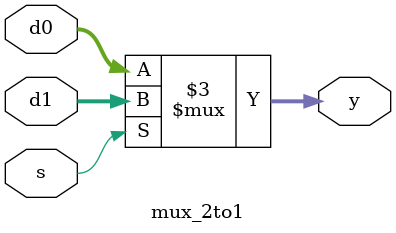
<source format=v>
`timescale 1ns / 1ps


module mux_2to1(d1, d0, s, y);
input [3:0]    d1, d0; 
input          s;
output [3:0]  y;
reg    [3:0]  y;

always@(d1 or d0 or s)
begin
   if (s)  y = d1;
   else   y = d0;
end

endmodule


</source>
